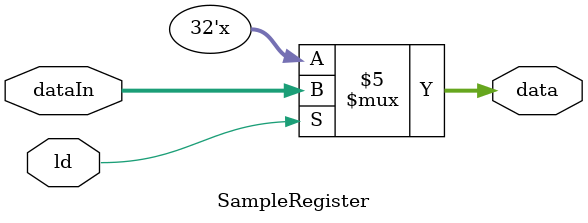
<source format=v>
module SampleRegister(ld, dataIn, data);
  parameter width = 32;

  input ld;
  input [width-1:0] dataIn;
  output reg [width-1:0] data;

  always @ ( ld ) begin
    if( ld == 1 )
      data = dataIn;
  end

  initial
    data = 0;

endmodule

</source>
